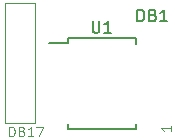
<source format=gto>
G04 #@! TF.GenerationSoftware,KiCad,Pcbnew,5.0.2-bee76a0~70~ubuntu16.04.1*
G04 #@! TF.CreationDate,2019-12-01T18:12:19-08:00*
G04 #@! TF.ProjectId,smallio,736d616c-6c69-46f2-9e6b-696361645f70,1.0*
G04 #@! TF.SameCoordinates,PX8a1ee30PY3b71490*
G04 #@! TF.FileFunction,Legend,Top*
G04 #@! TF.FilePolarity,Positive*
%FSLAX46Y46*%
G04 Gerber Fmt 4.6, Leading zero omitted, Abs format (unit mm)*
G04 Created by KiCad (PCBNEW 5.0.2-bee76a0~70~ubuntu16.04.1) date Sun 01 Dec 2019 06:12:19 PM PST*
%MOMM*%
%LPD*%
G01*
G04 APERTURE LIST*
%ADD10C,0.100000*%
%ADD11C,0.150000*%
G04 APERTURE END LIST*
D10*
G04 #@! TO.C,DB17*
X2540000Y0D02*
X0Y0D01*
X0Y0D02*
X0Y-10160000D01*
X0Y-10160000D02*
X2540000Y-10160000D01*
X2540000Y-10160000D02*
X2540000Y0D01*
D11*
G04 #@! TO.C,U1*
X5330001Y-2970001D02*
X5330001Y-3320001D01*
X11080001Y-2970001D02*
X11080001Y-3420001D01*
X11080001Y-10620001D02*
X11080001Y-10170001D01*
X5330001Y-10620001D02*
X5330001Y-10170001D01*
X5330001Y-2970001D02*
X11080001Y-2970001D01*
X5330001Y-10620001D02*
X11080001Y-10620001D01*
X5330001Y-3320001D02*
X3730001Y-3320001D01*
G04 #@! TO.C,DB1*
X11231904Y-1522380D02*
X11231904Y-522380D01*
X11470000Y-522380D01*
X11612857Y-570000D01*
X11708095Y-665238D01*
X11755714Y-760476D01*
X11803333Y-950952D01*
X11803333Y-1093809D01*
X11755714Y-1284285D01*
X11708095Y-1379523D01*
X11612857Y-1474761D01*
X11470000Y-1522380D01*
X11231904Y-1522380D01*
X12565238Y-998571D02*
X12708095Y-1046190D01*
X12755714Y-1093809D01*
X12803333Y-1189047D01*
X12803333Y-1331904D01*
X12755714Y-1427142D01*
X12708095Y-1474761D01*
X12612857Y-1522380D01*
X12231904Y-1522380D01*
X12231904Y-522380D01*
X12565238Y-522380D01*
X12660476Y-570000D01*
X12708095Y-617619D01*
X12755714Y-712857D01*
X12755714Y-808095D01*
X12708095Y-903333D01*
X12660476Y-950952D01*
X12565238Y-998571D01*
X12231904Y-998571D01*
X13755714Y-1522380D02*
X13184285Y-1522380D01*
X13470000Y-1522380D02*
X13470000Y-522380D01*
X13374761Y-665238D01*
X13279523Y-760476D01*
X13184285Y-808095D01*
D10*
X14031904Y-10341428D02*
X14031904Y-10798571D01*
X14031904Y-10570000D02*
X13231904Y-10570000D01*
X13346190Y-10646190D01*
X13422380Y-10722380D01*
X13460476Y-10798571D01*
G04 #@! TO.C,DB17*
X398571Y-11231904D02*
X398571Y-10431904D01*
X589047Y-10431904D01*
X703333Y-10470000D01*
X779523Y-10546190D01*
X817619Y-10622380D01*
X855714Y-10774761D01*
X855714Y-10889047D01*
X817619Y-11041428D01*
X779523Y-11117619D01*
X703333Y-11193809D01*
X589047Y-11231904D01*
X398571Y-11231904D01*
X1465238Y-10812857D02*
X1579523Y-10850952D01*
X1617619Y-10889047D01*
X1655714Y-10965238D01*
X1655714Y-11079523D01*
X1617619Y-11155714D01*
X1579523Y-11193809D01*
X1503333Y-11231904D01*
X1198571Y-11231904D01*
X1198571Y-10431904D01*
X1465238Y-10431904D01*
X1541428Y-10470000D01*
X1579523Y-10508095D01*
X1617619Y-10584285D01*
X1617619Y-10660476D01*
X1579523Y-10736666D01*
X1541428Y-10774761D01*
X1465238Y-10812857D01*
X1198571Y-10812857D01*
X2417619Y-11231904D02*
X1960476Y-11231904D01*
X2189047Y-11231904D02*
X2189047Y-10431904D01*
X2112857Y-10546190D01*
X2036666Y-10622380D01*
X1960476Y-10660476D01*
X2684285Y-10431904D02*
X3217619Y-10431904D01*
X2874761Y-11231904D01*
G04 #@! TO.C,U1*
D11*
X7443096Y-1497381D02*
X7443096Y-2306905D01*
X7490715Y-2402143D01*
X7538334Y-2449762D01*
X7633572Y-2497381D01*
X7824048Y-2497381D01*
X7919286Y-2449762D01*
X7966905Y-2402143D01*
X8014524Y-2306905D01*
X8014524Y-1497381D01*
X9014524Y-2497381D02*
X8443096Y-2497381D01*
X8728810Y-2497381D02*
X8728810Y-1497381D01*
X8633572Y-1640239D01*
X8538334Y-1735477D01*
X8443096Y-1783096D01*
G04 #@! TD*
M02*

</source>
